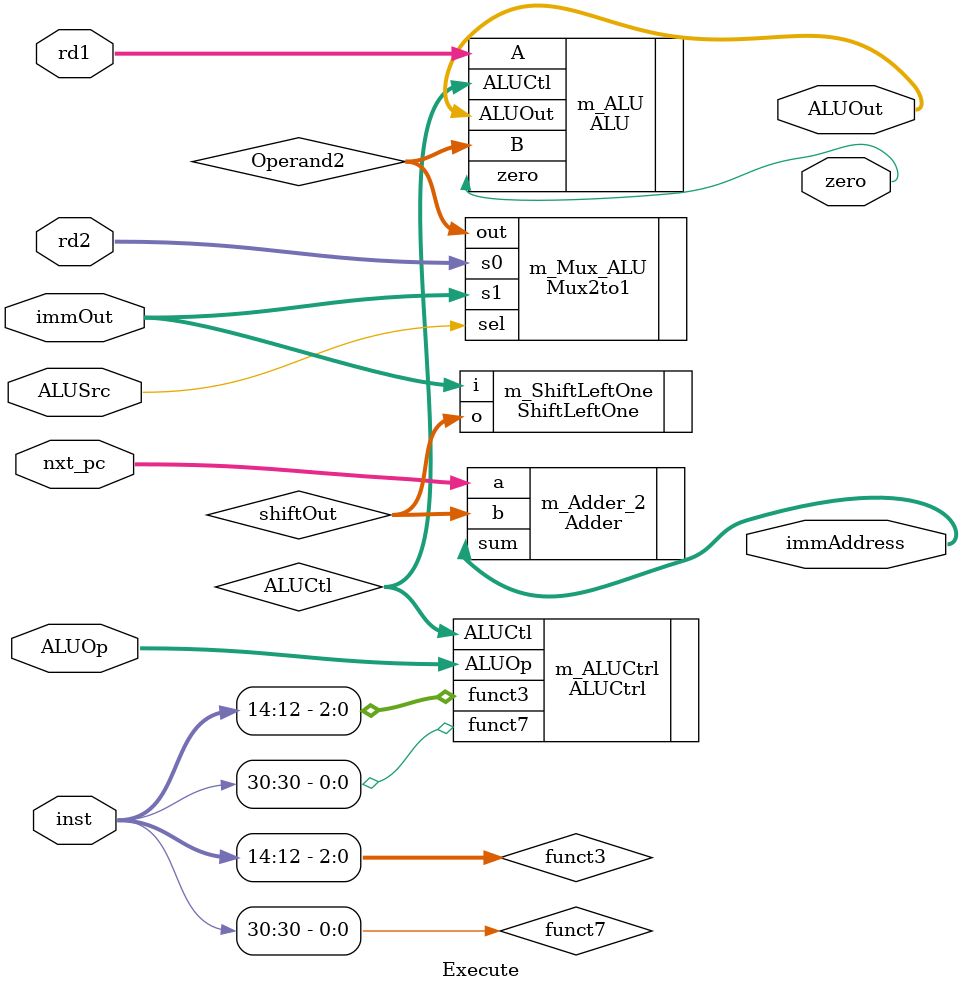
<source format=v>
`timescale 1ns / 1ps


module Execute #(parameter width=32)(
input [1:0] ALUOp,
input ALUSrc,
input [width-1:0] rd1,rd2,inst,immOut,nxt_pc,
output [width-1:0] ALUOut,immAddress,
output zero
    );

wire funct7;
wire [2:0] funct3;
wire [3:0] ALUCtl;
wire [31:0] Operand2,shiftOut;

Mux2to1 #(.size(32)) m_Mux_ALU(
    .sel(ALUSrc),
    .s0(rd2),
    .s1(immOut),
    .out(Operand2)
);

assign funct7 = inst[30];
assign funct3 = inst[14:12];

ALUCtrl m_ALUCtrl(
    .ALUOp(ALUOp),
    .funct7(funct7),
    .funct3(funct3),
    .ALUCtl(ALUCtl)
);

ALU m_ALU(
    .ALUCtl(ALUCtl),
    .A(rd1),
    .B(Operand2),
    .ALUOut(ALUOut),
    .zero(zero)
);  

ShiftLeftOne m_ShiftLeftOne(
    .i(immOut),
    .o(shiftOut)
);

Adder m_Adder_2(
    .a(nxt_pc),
    .b(shiftOut),
    .sum(immAddress)
);

endmodule

</source>
